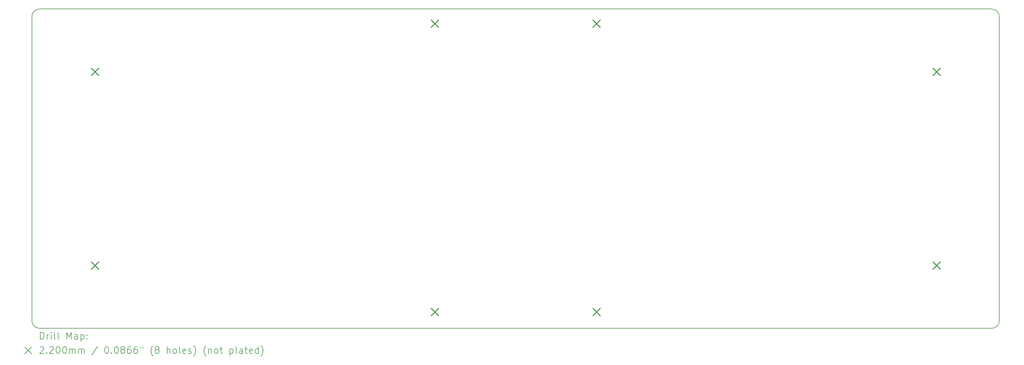
<source format=gbr>
%FSLAX45Y45*%
G04 Gerber Fmt 4.5, Leading zero omitted, Abs format (unit mm)*
G04 Created by KiCad (PCBNEW 6.0.1-79c1e3a40b~116~ubuntu21.10.1) date 2022-02-01 10:26:30*
%MOMM*%
%LPD*%
G01*
G04 APERTURE LIST*
%TA.AperFunction,Profile*%
%ADD10C,0.200000*%
%TD*%
%ADD11C,0.200000*%
%ADD12C,0.220000*%
G04 APERTURE END LIST*
D10*
X1005000Y-14724375D02*
X1005000Y-5754375D01*
X29250000Y-14949375D02*
X1230000Y-14949375D01*
X1005000Y-14724375D02*
G75*
G03*
X1230000Y-14949375I225000J0D01*
G01*
X29250000Y-14949375D02*
G75*
G03*
X29475000Y-14724375I0J225000D01*
G01*
X29475000Y-5754375D02*
G75*
G03*
X29250000Y-5529375I-225000J0D01*
G01*
X1230000Y-5529375D02*
G75*
G03*
X1005000Y-5754375I0J-225000D01*
G01*
X29475000Y-14724375D02*
X29475000Y-5754375D01*
X29250000Y-5529375D02*
X1230000Y-5529375D01*
D11*
D12*
X2747497Y-7271875D02*
X2967497Y-7491875D01*
X2967497Y-7271875D02*
X2747497Y-7491875D01*
X2747502Y-12986885D02*
X2967502Y-13206885D01*
X2967502Y-12986885D02*
X2747502Y-13206885D01*
X12748761Y-5843130D02*
X12968761Y-6063130D01*
X12968761Y-5843130D02*
X12748761Y-6063130D01*
X12748761Y-14356106D02*
X12968761Y-14576106D01*
X12968761Y-14356106D02*
X12748761Y-14576106D01*
X17511265Y-5843130D02*
X17731265Y-6063130D01*
X17731265Y-5843130D02*
X17511265Y-6063130D01*
X17511265Y-14356106D02*
X17731265Y-14576106D01*
X17731265Y-14356106D02*
X17511265Y-14576106D01*
X27512522Y-7271880D02*
X27732522Y-7491880D01*
X27732522Y-7271880D02*
X27512522Y-7491880D01*
X27512522Y-12986885D02*
X27732522Y-13206885D01*
X27732522Y-12986885D02*
X27512522Y-13206885D01*
D11*
X1252619Y-15269851D02*
X1252619Y-15069851D01*
X1300238Y-15069851D01*
X1328810Y-15079375D01*
X1347857Y-15098423D01*
X1357381Y-15117470D01*
X1366905Y-15155565D01*
X1366905Y-15184137D01*
X1357381Y-15222232D01*
X1347857Y-15241280D01*
X1328810Y-15260327D01*
X1300238Y-15269851D01*
X1252619Y-15269851D01*
X1452619Y-15269851D02*
X1452619Y-15136518D01*
X1452619Y-15174613D02*
X1462143Y-15155565D01*
X1471667Y-15146042D01*
X1490714Y-15136518D01*
X1509762Y-15136518D01*
X1576428Y-15269851D02*
X1576428Y-15136518D01*
X1576428Y-15069851D02*
X1566905Y-15079375D01*
X1576428Y-15088899D01*
X1585952Y-15079375D01*
X1576428Y-15069851D01*
X1576428Y-15088899D01*
X1700238Y-15269851D02*
X1681190Y-15260327D01*
X1671667Y-15241280D01*
X1671667Y-15069851D01*
X1805000Y-15269851D02*
X1785952Y-15260327D01*
X1776428Y-15241280D01*
X1776428Y-15069851D01*
X2033571Y-15269851D02*
X2033571Y-15069851D01*
X2100238Y-15212708D01*
X2166905Y-15069851D01*
X2166905Y-15269851D01*
X2347857Y-15269851D02*
X2347857Y-15165089D01*
X2338333Y-15146042D01*
X2319286Y-15136518D01*
X2281190Y-15136518D01*
X2262143Y-15146042D01*
X2347857Y-15260327D02*
X2328810Y-15269851D01*
X2281190Y-15269851D01*
X2262143Y-15260327D01*
X2252619Y-15241280D01*
X2252619Y-15222232D01*
X2262143Y-15203184D01*
X2281190Y-15193661D01*
X2328810Y-15193661D01*
X2347857Y-15184137D01*
X2443095Y-15136518D02*
X2443095Y-15336518D01*
X2443095Y-15146042D02*
X2462143Y-15136518D01*
X2500238Y-15136518D01*
X2519286Y-15146042D01*
X2528810Y-15155565D01*
X2538333Y-15174613D01*
X2538333Y-15231756D01*
X2528810Y-15250803D01*
X2519286Y-15260327D01*
X2500238Y-15269851D01*
X2462143Y-15269851D01*
X2443095Y-15260327D01*
X2624048Y-15250803D02*
X2633571Y-15260327D01*
X2624048Y-15269851D01*
X2614524Y-15260327D01*
X2624048Y-15250803D01*
X2624048Y-15269851D01*
X2624048Y-15146042D02*
X2633571Y-15155565D01*
X2624048Y-15165089D01*
X2614524Y-15155565D01*
X2624048Y-15146042D01*
X2624048Y-15165089D01*
X795000Y-15499375D02*
X995000Y-15699375D01*
X995000Y-15499375D02*
X795000Y-15699375D01*
X1243095Y-15508899D02*
X1252619Y-15499375D01*
X1271667Y-15489851D01*
X1319286Y-15489851D01*
X1338333Y-15499375D01*
X1347857Y-15508899D01*
X1357381Y-15527946D01*
X1357381Y-15546994D01*
X1347857Y-15575565D01*
X1233571Y-15689851D01*
X1357381Y-15689851D01*
X1443095Y-15670803D02*
X1452619Y-15680327D01*
X1443095Y-15689851D01*
X1433571Y-15680327D01*
X1443095Y-15670803D01*
X1443095Y-15689851D01*
X1528809Y-15508899D02*
X1538333Y-15499375D01*
X1557381Y-15489851D01*
X1605000Y-15489851D01*
X1624048Y-15499375D01*
X1633571Y-15508899D01*
X1643095Y-15527946D01*
X1643095Y-15546994D01*
X1633571Y-15575565D01*
X1519286Y-15689851D01*
X1643095Y-15689851D01*
X1766905Y-15489851D02*
X1785952Y-15489851D01*
X1805000Y-15499375D01*
X1814524Y-15508899D01*
X1824048Y-15527946D01*
X1833571Y-15566042D01*
X1833571Y-15613661D01*
X1824048Y-15651756D01*
X1814524Y-15670803D01*
X1805000Y-15680327D01*
X1785952Y-15689851D01*
X1766905Y-15689851D01*
X1747857Y-15680327D01*
X1738333Y-15670803D01*
X1728809Y-15651756D01*
X1719286Y-15613661D01*
X1719286Y-15566042D01*
X1728809Y-15527946D01*
X1738333Y-15508899D01*
X1747857Y-15499375D01*
X1766905Y-15489851D01*
X1957381Y-15489851D02*
X1976428Y-15489851D01*
X1995476Y-15499375D01*
X2005000Y-15508899D01*
X2014524Y-15527946D01*
X2024048Y-15566042D01*
X2024048Y-15613661D01*
X2014524Y-15651756D01*
X2005000Y-15670803D01*
X1995476Y-15680327D01*
X1976428Y-15689851D01*
X1957381Y-15689851D01*
X1938333Y-15680327D01*
X1928809Y-15670803D01*
X1919286Y-15651756D01*
X1909762Y-15613661D01*
X1909762Y-15566042D01*
X1919286Y-15527946D01*
X1928809Y-15508899D01*
X1938333Y-15499375D01*
X1957381Y-15489851D01*
X2109762Y-15689851D02*
X2109762Y-15556518D01*
X2109762Y-15575565D02*
X2119286Y-15566042D01*
X2138333Y-15556518D01*
X2166905Y-15556518D01*
X2185952Y-15566042D01*
X2195476Y-15585089D01*
X2195476Y-15689851D01*
X2195476Y-15585089D02*
X2205000Y-15566042D01*
X2224048Y-15556518D01*
X2252619Y-15556518D01*
X2271667Y-15566042D01*
X2281190Y-15585089D01*
X2281190Y-15689851D01*
X2376429Y-15689851D02*
X2376429Y-15556518D01*
X2376429Y-15575565D02*
X2385952Y-15566042D01*
X2405000Y-15556518D01*
X2433571Y-15556518D01*
X2452619Y-15566042D01*
X2462143Y-15585089D01*
X2462143Y-15689851D01*
X2462143Y-15585089D02*
X2471667Y-15566042D01*
X2490714Y-15556518D01*
X2519286Y-15556518D01*
X2538333Y-15566042D01*
X2547857Y-15585089D01*
X2547857Y-15689851D01*
X2938333Y-15480327D02*
X2766905Y-15737470D01*
X3195476Y-15489851D02*
X3214524Y-15489851D01*
X3233571Y-15499375D01*
X3243095Y-15508899D01*
X3252619Y-15527946D01*
X3262143Y-15566042D01*
X3262143Y-15613661D01*
X3252619Y-15651756D01*
X3243095Y-15670803D01*
X3233571Y-15680327D01*
X3214524Y-15689851D01*
X3195476Y-15689851D01*
X3176428Y-15680327D01*
X3166905Y-15670803D01*
X3157381Y-15651756D01*
X3147857Y-15613661D01*
X3147857Y-15566042D01*
X3157381Y-15527946D01*
X3166905Y-15508899D01*
X3176428Y-15499375D01*
X3195476Y-15489851D01*
X3347857Y-15670803D02*
X3357381Y-15680327D01*
X3347857Y-15689851D01*
X3338333Y-15680327D01*
X3347857Y-15670803D01*
X3347857Y-15689851D01*
X3481190Y-15489851D02*
X3500238Y-15489851D01*
X3519286Y-15499375D01*
X3528809Y-15508899D01*
X3538333Y-15527946D01*
X3547857Y-15566042D01*
X3547857Y-15613661D01*
X3538333Y-15651756D01*
X3528809Y-15670803D01*
X3519286Y-15680327D01*
X3500238Y-15689851D01*
X3481190Y-15689851D01*
X3462143Y-15680327D01*
X3452619Y-15670803D01*
X3443095Y-15651756D01*
X3433571Y-15613661D01*
X3433571Y-15566042D01*
X3443095Y-15527946D01*
X3452619Y-15508899D01*
X3462143Y-15499375D01*
X3481190Y-15489851D01*
X3662143Y-15575565D02*
X3643095Y-15566042D01*
X3633571Y-15556518D01*
X3624048Y-15537470D01*
X3624048Y-15527946D01*
X3633571Y-15508899D01*
X3643095Y-15499375D01*
X3662143Y-15489851D01*
X3700238Y-15489851D01*
X3719286Y-15499375D01*
X3728809Y-15508899D01*
X3738333Y-15527946D01*
X3738333Y-15537470D01*
X3728809Y-15556518D01*
X3719286Y-15566042D01*
X3700238Y-15575565D01*
X3662143Y-15575565D01*
X3643095Y-15585089D01*
X3633571Y-15594613D01*
X3624048Y-15613661D01*
X3624048Y-15651756D01*
X3633571Y-15670803D01*
X3643095Y-15680327D01*
X3662143Y-15689851D01*
X3700238Y-15689851D01*
X3719286Y-15680327D01*
X3728809Y-15670803D01*
X3738333Y-15651756D01*
X3738333Y-15613661D01*
X3728809Y-15594613D01*
X3719286Y-15585089D01*
X3700238Y-15575565D01*
X3909762Y-15489851D02*
X3871667Y-15489851D01*
X3852619Y-15499375D01*
X3843095Y-15508899D01*
X3824048Y-15537470D01*
X3814524Y-15575565D01*
X3814524Y-15651756D01*
X3824048Y-15670803D01*
X3833571Y-15680327D01*
X3852619Y-15689851D01*
X3890714Y-15689851D01*
X3909762Y-15680327D01*
X3919286Y-15670803D01*
X3928809Y-15651756D01*
X3928809Y-15604137D01*
X3919286Y-15585089D01*
X3909762Y-15575565D01*
X3890714Y-15566042D01*
X3852619Y-15566042D01*
X3833571Y-15575565D01*
X3824048Y-15585089D01*
X3814524Y-15604137D01*
X4100238Y-15489851D02*
X4062143Y-15489851D01*
X4043095Y-15499375D01*
X4033571Y-15508899D01*
X4014524Y-15537470D01*
X4005000Y-15575565D01*
X4005000Y-15651756D01*
X4014524Y-15670803D01*
X4024048Y-15680327D01*
X4043095Y-15689851D01*
X4081190Y-15689851D01*
X4100238Y-15680327D01*
X4109762Y-15670803D01*
X4119286Y-15651756D01*
X4119286Y-15604137D01*
X4109762Y-15585089D01*
X4100238Y-15575565D01*
X4081190Y-15566042D01*
X4043095Y-15566042D01*
X4024048Y-15575565D01*
X4014524Y-15585089D01*
X4005000Y-15604137D01*
X4195476Y-15489851D02*
X4195476Y-15527946D01*
X4271667Y-15489851D02*
X4271667Y-15527946D01*
X4566905Y-15766042D02*
X4557381Y-15756518D01*
X4538333Y-15727946D01*
X4528810Y-15708899D01*
X4519286Y-15680327D01*
X4509762Y-15632708D01*
X4509762Y-15594613D01*
X4519286Y-15546994D01*
X4528810Y-15518423D01*
X4538333Y-15499375D01*
X4557381Y-15470803D01*
X4566905Y-15461280D01*
X4671667Y-15575565D02*
X4652619Y-15566042D01*
X4643095Y-15556518D01*
X4633571Y-15537470D01*
X4633571Y-15527946D01*
X4643095Y-15508899D01*
X4652619Y-15499375D01*
X4671667Y-15489851D01*
X4709762Y-15489851D01*
X4728810Y-15499375D01*
X4738333Y-15508899D01*
X4747857Y-15527946D01*
X4747857Y-15537470D01*
X4738333Y-15556518D01*
X4728810Y-15566042D01*
X4709762Y-15575565D01*
X4671667Y-15575565D01*
X4652619Y-15585089D01*
X4643095Y-15594613D01*
X4633571Y-15613661D01*
X4633571Y-15651756D01*
X4643095Y-15670803D01*
X4652619Y-15680327D01*
X4671667Y-15689851D01*
X4709762Y-15689851D01*
X4728810Y-15680327D01*
X4738333Y-15670803D01*
X4747857Y-15651756D01*
X4747857Y-15613661D01*
X4738333Y-15594613D01*
X4728810Y-15585089D01*
X4709762Y-15575565D01*
X4985952Y-15689851D02*
X4985952Y-15489851D01*
X5071667Y-15689851D02*
X5071667Y-15585089D01*
X5062143Y-15566042D01*
X5043095Y-15556518D01*
X5014524Y-15556518D01*
X4995476Y-15566042D01*
X4985952Y-15575565D01*
X5195476Y-15689851D02*
X5176429Y-15680327D01*
X5166905Y-15670803D01*
X5157381Y-15651756D01*
X5157381Y-15594613D01*
X5166905Y-15575565D01*
X5176429Y-15566042D01*
X5195476Y-15556518D01*
X5224048Y-15556518D01*
X5243095Y-15566042D01*
X5252619Y-15575565D01*
X5262143Y-15594613D01*
X5262143Y-15651756D01*
X5252619Y-15670803D01*
X5243095Y-15680327D01*
X5224048Y-15689851D01*
X5195476Y-15689851D01*
X5376429Y-15689851D02*
X5357381Y-15680327D01*
X5347857Y-15661280D01*
X5347857Y-15489851D01*
X5528810Y-15680327D02*
X5509762Y-15689851D01*
X5471667Y-15689851D01*
X5452619Y-15680327D01*
X5443095Y-15661280D01*
X5443095Y-15585089D01*
X5452619Y-15566042D01*
X5471667Y-15556518D01*
X5509762Y-15556518D01*
X5528810Y-15566042D01*
X5538333Y-15585089D01*
X5538333Y-15604137D01*
X5443095Y-15623184D01*
X5614524Y-15680327D02*
X5633571Y-15689851D01*
X5671667Y-15689851D01*
X5690714Y-15680327D01*
X5700238Y-15661280D01*
X5700238Y-15651756D01*
X5690714Y-15632708D01*
X5671667Y-15623184D01*
X5643095Y-15623184D01*
X5624048Y-15613661D01*
X5614524Y-15594613D01*
X5614524Y-15585089D01*
X5624048Y-15566042D01*
X5643095Y-15556518D01*
X5671667Y-15556518D01*
X5690714Y-15566042D01*
X5766905Y-15766042D02*
X5776428Y-15756518D01*
X5795476Y-15727946D01*
X5805000Y-15708899D01*
X5814524Y-15680327D01*
X5824048Y-15632708D01*
X5824048Y-15594613D01*
X5814524Y-15546994D01*
X5805000Y-15518423D01*
X5795476Y-15499375D01*
X5776428Y-15470803D01*
X5766905Y-15461280D01*
X6128809Y-15766042D02*
X6119286Y-15756518D01*
X6100238Y-15727946D01*
X6090714Y-15708899D01*
X6081190Y-15680327D01*
X6071667Y-15632708D01*
X6071667Y-15594613D01*
X6081190Y-15546994D01*
X6090714Y-15518423D01*
X6100238Y-15499375D01*
X6119286Y-15470803D01*
X6128809Y-15461280D01*
X6205000Y-15556518D02*
X6205000Y-15689851D01*
X6205000Y-15575565D02*
X6214524Y-15566042D01*
X6233571Y-15556518D01*
X6262143Y-15556518D01*
X6281190Y-15566042D01*
X6290714Y-15585089D01*
X6290714Y-15689851D01*
X6414524Y-15689851D02*
X6395476Y-15680327D01*
X6385952Y-15670803D01*
X6376428Y-15651756D01*
X6376428Y-15594613D01*
X6385952Y-15575565D01*
X6395476Y-15566042D01*
X6414524Y-15556518D01*
X6443095Y-15556518D01*
X6462143Y-15566042D01*
X6471667Y-15575565D01*
X6481190Y-15594613D01*
X6481190Y-15651756D01*
X6471667Y-15670803D01*
X6462143Y-15680327D01*
X6443095Y-15689851D01*
X6414524Y-15689851D01*
X6538333Y-15556518D02*
X6614524Y-15556518D01*
X6566905Y-15489851D02*
X6566905Y-15661280D01*
X6576428Y-15680327D01*
X6595476Y-15689851D01*
X6614524Y-15689851D01*
X6833571Y-15556518D02*
X6833571Y-15756518D01*
X6833571Y-15566042D02*
X6852619Y-15556518D01*
X6890714Y-15556518D01*
X6909762Y-15566042D01*
X6919286Y-15575565D01*
X6928809Y-15594613D01*
X6928809Y-15651756D01*
X6919286Y-15670803D01*
X6909762Y-15680327D01*
X6890714Y-15689851D01*
X6852619Y-15689851D01*
X6833571Y-15680327D01*
X7043095Y-15689851D02*
X7024048Y-15680327D01*
X7014524Y-15661280D01*
X7014524Y-15489851D01*
X7205000Y-15689851D02*
X7205000Y-15585089D01*
X7195476Y-15566042D01*
X7176428Y-15556518D01*
X7138333Y-15556518D01*
X7119286Y-15566042D01*
X7205000Y-15680327D02*
X7185952Y-15689851D01*
X7138333Y-15689851D01*
X7119286Y-15680327D01*
X7109762Y-15661280D01*
X7109762Y-15642232D01*
X7119286Y-15623184D01*
X7138333Y-15613661D01*
X7185952Y-15613661D01*
X7205000Y-15604137D01*
X7271667Y-15556518D02*
X7347857Y-15556518D01*
X7300238Y-15489851D02*
X7300238Y-15661280D01*
X7309762Y-15680327D01*
X7328809Y-15689851D01*
X7347857Y-15689851D01*
X7490714Y-15680327D02*
X7471667Y-15689851D01*
X7433571Y-15689851D01*
X7414524Y-15680327D01*
X7405000Y-15661280D01*
X7405000Y-15585089D01*
X7414524Y-15566042D01*
X7433571Y-15556518D01*
X7471667Y-15556518D01*
X7490714Y-15566042D01*
X7500238Y-15585089D01*
X7500238Y-15604137D01*
X7405000Y-15623184D01*
X7671667Y-15689851D02*
X7671667Y-15489851D01*
X7671667Y-15680327D02*
X7652619Y-15689851D01*
X7614524Y-15689851D01*
X7595476Y-15680327D01*
X7585952Y-15670803D01*
X7576428Y-15651756D01*
X7576428Y-15594613D01*
X7585952Y-15575565D01*
X7595476Y-15566042D01*
X7614524Y-15556518D01*
X7652619Y-15556518D01*
X7671667Y-15566042D01*
X7747857Y-15766042D02*
X7757381Y-15756518D01*
X7776428Y-15727946D01*
X7785952Y-15708899D01*
X7795476Y-15680327D01*
X7805000Y-15632708D01*
X7805000Y-15594613D01*
X7795476Y-15546994D01*
X7785952Y-15518423D01*
X7776428Y-15499375D01*
X7757381Y-15470803D01*
X7747857Y-15461280D01*
M02*

</source>
